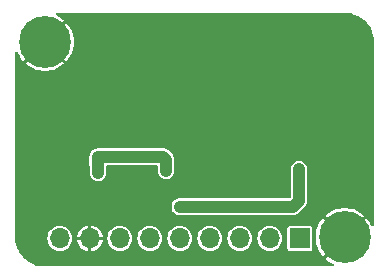
<source format=gbr>
%TF.GenerationSoftware,KiCad,Pcbnew,8.0.0~rc2-1e5b68cb87~176~ubuntu22.04.1*%
%TF.CreationDate,2024-02-07T10:24:23+05:30*%
%TF.ProjectId,BoB,426f422e-6b69-4636-9164-5f7063625858,rev?*%
%TF.SameCoordinates,Original*%
%TF.FileFunction,Copper,L2,Bot*%
%TF.FilePolarity,Positive*%
%FSLAX46Y46*%
G04 Gerber Fmt 4.6, Leading zero omitted, Abs format (unit mm)*
G04 Created by KiCad (PCBNEW 8.0.0~rc2-1e5b68cb87~176~ubuntu22.04.1) date 2024-02-07 10:24:23*
%MOMM*%
%LPD*%
G01*
G04 APERTURE LIST*
%TA.AperFunction,ComponentPad*%
%ADD10C,0.700000*%
%TD*%
%TA.AperFunction,ComponentPad*%
%ADD11C,4.400000*%
%TD*%
%TA.AperFunction,ComponentPad*%
%ADD12R,1.700000X1.700000*%
%TD*%
%TA.AperFunction,ComponentPad*%
%ADD13O,1.700000X1.700000*%
%TD*%
%TA.AperFunction,ViaPad*%
%ADD14C,0.800000*%
%TD*%
%TA.AperFunction,Conductor*%
%ADD15C,1.000000*%
%TD*%
G04 APERTURE END LIST*
D10*
%TO.P,H2,1,1*%
%TO.N,GND*%
X86531100Y-75898600D03*
X86047826Y-77065326D03*
X86047826Y-74731874D03*
X84881100Y-77548600D03*
D11*
X84881100Y-75898600D03*
D10*
X84881100Y-74248600D03*
X83714374Y-77065326D03*
X83714374Y-74731874D03*
X83231100Y-75898600D03*
%TD*%
%TO.P,H1,1,1*%
%TO.N,GND*%
X61160000Y-59380000D03*
X60676726Y-60546726D03*
X60676726Y-58213274D03*
X59510000Y-61030000D03*
D11*
X59510000Y-59380000D03*
D10*
X59510000Y-57730000D03*
X58343274Y-60546726D03*
X58343274Y-58213274D03*
X57860000Y-59380000D03*
%TD*%
D12*
%TO.P,JP1,1,Pin_1*%
%TO.N,+5V*%
X81090000Y-76010000D03*
D13*
%TO.P,JP1,2,Pin_2*%
%TO.N,SDA*%
X78550000Y-76010000D03*
%TO.P,JP1,3,Pin_3*%
%TO.N,SCL*%
X76010000Y-76010000D03*
%TO.P,JP1,4,Pin_4*%
%TO.N,RST*%
X73470000Y-76010000D03*
%TO.P,JP1,5,Pin_5*%
%TO.N,RX_OSC*%
X70930000Y-76010000D03*
%TO.P,JP1,6,Pin_6*%
%TO.N,LEFT*%
X68390000Y-76010000D03*
%TO.P,JP1,7,Pin_7*%
%TO.N,RIGHT*%
X65850000Y-76010000D03*
%TO.P,JP1,8,Pin_8*%
%TO.N,GND*%
X63310000Y-76010000D03*
%TO.P,JP1,9,Pin_9*%
%TO.N,Net-(JP1-Pin_9)*%
X60770000Y-76010000D03*
%TD*%
D14*
%TO.N,RX_OSC*%
X81026000Y-70104000D03*
X70930000Y-73330000D03*
%TO.N,GND*%
X77790000Y-69060000D03*
X64536100Y-72063600D03*
X67076100Y-64443600D03*
X59456100Y-64443600D03*
X67076100Y-61903600D03*
X59456100Y-77143600D03*
X61996100Y-66983600D03*
X59456100Y-66983600D03*
X64536100Y-64443600D03*
X79776100Y-59363600D03*
X79776100Y-61903600D03*
X64536100Y-66983600D03*
X64536100Y-61903600D03*
X82625000Y-68600000D03*
X77236100Y-74603600D03*
X61996100Y-61903600D03*
X72190000Y-72160000D03*
X67076100Y-72063600D03*
X61996100Y-64443600D03*
X69616100Y-66983600D03*
X82625000Y-67300000D03*
X67076100Y-66983600D03*
X69616100Y-72063600D03*
X64536100Y-59363600D03*
X82316100Y-59363600D03*
X76880000Y-69040000D03*
X59456100Y-74603600D03*
X84856100Y-59363600D03*
%TO.N,Net-(D1-COM)*%
X64010000Y-70460000D03*
X69770000Y-70300000D03*
%TD*%
D15*
%TO.N,RX_OSC*%
X70930000Y-73330000D02*
X80518000Y-73330000D01*
X81026000Y-72822000D02*
X80518000Y-73330000D01*
X81026000Y-72390000D02*
X81026000Y-70148000D01*
X81026000Y-72390000D02*
X81026000Y-72822000D01*
%TO.N,Net-(D1-COM)*%
X69770000Y-69340000D02*
X69770000Y-70300000D01*
X63980000Y-69088000D02*
X64010000Y-70460000D01*
X69518000Y-69088000D02*
X69770000Y-69340000D01*
X63980000Y-69088000D02*
X69518000Y-69088000D01*
%TD*%
%TA.AperFunction,Conductor*%
%TO.N,GND*%
G36*
X84884836Y-56899326D02*
G01*
X85173691Y-56916798D01*
X85188554Y-56918603D01*
X85469504Y-56970089D01*
X85484041Y-56973672D01*
X85756726Y-57058645D01*
X85770717Y-57063950D01*
X86031195Y-57181181D01*
X86044441Y-57188134D01*
X86288884Y-57335905D01*
X86301196Y-57344403D01*
X86485137Y-57488511D01*
X86526042Y-57520558D01*
X86537250Y-57530488D01*
X86739211Y-57732449D01*
X86749141Y-57743657D01*
X86925292Y-57968498D01*
X86933796Y-57980818D01*
X87081562Y-58225252D01*
X87088521Y-58238511D01*
X87205747Y-58498977D01*
X87211056Y-58512978D01*
X87296026Y-58785657D01*
X87299610Y-58800195D01*
X87351096Y-59081145D01*
X87352901Y-59096010D01*
X87370374Y-59384863D01*
X87370600Y-59392350D01*
X87370600Y-74880158D01*
X87350915Y-74947197D01*
X87298111Y-74992952D01*
X87228953Y-75002896D01*
X87165397Y-74973871D01*
X87134402Y-74932955D01*
X87032297Y-74715973D01*
X87032294Y-74715967D01*
X86867117Y-74455688D01*
X86701265Y-74255208D01*
X86247826Y-74708647D01*
X86247826Y-74692092D01*
X86217378Y-74618583D01*
X86161117Y-74562322D01*
X86087608Y-74531874D01*
X86071048Y-74531874D01*
X86523199Y-74079722D01*
X86523199Y-74079721D01*
X86445877Y-74007111D01*
X86445867Y-74007103D01*
X86196482Y-73825914D01*
X86196464Y-73825902D01*
X85926321Y-73677390D01*
X85926313Y-73677386D01*
X85639693Y-73563906D01*
X85341091Y-73487238D01*
X85341082Y-73487236D01*
X85035252Y-73448600D01*
X84726947Y-73448600D01*
X84421117Y-73487236D01*
X84421108Y-73487238D01*
X84122506Y-73563906D01*
X83835886Y-73677386D01*
X83835878Y-73677390D01*
X83565735Y-73825902D01*
X83565717Y-73825914D01*
X83316332Y-74007103D01*
X83316322Y-74007111D01*
X83238999Y-74079721D01*
X83238998Y-74079722D01*
X83691150Y-74531874D01*
X83674592Y-74531874D01*
X83601083Y-74562322D01*
X83544822Y-74618583D01*
X83514374Y-74692092D01*
X83514374Y-74708650D01*
X83060932Y-74255208D01*
X82895085Y-74455683D01*
X82729905Y-74715967D01*
X82729902Y-74715973D01*
X82598646Y-74994905D01*
X82598644Y-74994910D01*
X82503380Y-75288100D01*
X82445612Y-75590929D01*
X82445611Y-75590936D01*
X82426256Y-75898594D01*
X82426256Y-75898605D01*
X82445611Y-76206263D01*
X82445612Y-76206270D01*
X82503380Y-76509099D01*
X82598644Y-76802289D01*
X82598646Y-76802294D01*
X82729902Y-77081226D01*
X82729905Y-77081232D01*
X82895087Y-77341519D01*
X82895090Y-77341523D01*
X83060932Y-77541990D01*
X83514374Y-77088548D01*
X83514374Y-77105108D01*
X83544822Y-77178617D01*
X83601083Y-77234878D01*
X83674592Y-77265326D01*
X83691150Y-77265326D01*
X83238999Y-77717476D01*
X83238999Y-77717477D01*
X83316322Y-77790088D01*
X83316332Y-77790096D01*
X83565717Y-77971285D01*
X83565735Y-77971297D01*
X83835878Y-78119809D01*
X83835886Y-78119813D01*
X83909119Y-78148808D01*
X83964205Y-78191789D01*
X83987308Y-78257728D01*
X83971094Y-78325691D01*
X83920711Y-78374098D01*
X83863472Y-78388100D01*
X59484851Y-78388100D01*
X59477364Y-78387874D01*
X59188510Y-78370401D01*
X59173645Y-78368596D01*
X58892695Y-78317110D01*
X58878157Y-78313526D01*
X58605478Y-78228556D01*
X58591477Y-78223247D01*
X58331011Y-78106021D01*
X58317752Y-78099062D01*
X58178101Y-78014640D01*
X58073318Y-77951296D01*
X58060998Y-77942792D01*
X57836157Y-77766641D01*
X57824949Y-77756711D01*
X57622988Y-77554750D01*
X57613058Y-77543542D01*
X57528263Y-77435309D01*
X57436903Y-77318696D01*
X57428405Y-77306384D01*
X57280634Y-77061941D01*
X57273681Y-77048695D01*
X57156450Y-76788217D01*
X57151143Y-76774221D01*
X57144917Y-76754242D01*
X57066172Y-76501541D01*
X57062589Y-76487004D01*
X57012913Y-76215932D01*
X57011102Y-76206052D01*
X57009298Y-76191189D01*
X56998338Y-76010000D01*
X59714417Y-76010000D01*
X59734699Y-76215932D01*
X59734700Y-76215934D01*
X59794768Y-76413954D01*
X59892315Y-76596450D01*
X59892317Y-76596452D01*
X60023589Y-76756410D01*
X60062353Y-76788222D01*
X60183550Y-76887685D01*
X60366046Y-76985232D01*
X60564066Y-77045300D01*
X60564065Y-77045300D01*
X60582529Y-77047118D01*
X60770000Y-77065583D01*
X60975934Y-77045300D01*
X61173954Y-76985232D01*
X61356450Y-76887685D01*
X61516410Y-76756410D01*
X61647685Y-76596450D01*
X61745232Y-76413954D01*
X61805300Y-76215934D01*
X61825583Y-76010000D01*
X61813271Y-75884999D01*
X62216869Y-75884999D01*
X62216870Y-75885000D01*
X62825856Y-75885000D01*
X62810000Y-75944174D01*
X62810000Y-76075826D01*
X62825856Y-76135000D01*
X62216870Y-76135000D01*
X62224097Y-76212989D01*
X62224097Y-76212992D01*
X62279883Y-76409063D01*
X62279886Y-76409069D01*
X62370754Y-76591556D01*
X62493608Y-76754242D01*
X62644260Y-76891578D01*
X62817584Y-76998897D01*
X63007678Y-77072539D01*
X63185000Y-77105686D01*
X63185000Y-76494144D01*
X63244174Y-76510000D01*
X63375826Y-76510000D01*
X63435000Y-76494144D01*
X63435000Y-77105686D01*
X63612321Y-77072539D01*
X63802415Y-76998897D01*
X63975739Y-76891578D01*
X64126391Y-76754242D01*
X64249245Y-76591556D01*
X64340113Y-76409069D01*
X64340116Y-76409063D01*
X64395902Y-76212992D01*
X64395902Y-76212989D01*
X64403130Y-76135000D01*
X63794144Y-76135000D01*
X63810000Y-76075826D01*
X63810000Y-76010000D01*
X64794417Y-76010000D01*
X64814699Y-76215932D01*
X64814700Y-76215934D01*
X64874768Y-76413954D01*
X64972315Y-76596450D01*
X64972317Y-76596452D01*
X65103589Y-76756410D01*
X65142353Y-76788222D01*
X65263550Y-76887685D01*
X65446046Y-76985232D01*
X65644066Y-77045300D01*
X65644065Y-77045300D01*
X65662529Y-77047118D01*
X65850000Y-77065583D01*
X66055934Y-77045300D01*
X66253954Y-76985232D01*
X66436450Y-76887685D01*
X66596410Y-76756410D01*
X66727685Y-76596450D01*
X66825232Y-76413954D01*
X66885300Y-76215934D01*
X66905583Y-76010000D01*
X67334417Y-76010000D01*
X67354699Y-76215932D01*
X67354700Y-76215934D01*
X67414768Y-76413954D01*
X67512315Y-76596450D01*
X67512317Y-76596452D01*
X67643589Y-76756410D01*
X67682353Y-76788222D01*
X67803550Y-76887685D01*
X67986046Y-76985232D01*
X68184066Y-77045300D01*
X68184065Y-77045300D01*
X68202529Y-77047118D01*
X68390000Y-77065583D01*
X68595934Y-77045300D01*
X68793954Y-76985232D01*
X68976450Y-76887685D01*
X69136410Y-76756410D01*
X69267685Y-76596450D01*
X69365232Y-76413954D01*
X69425300Y-76215934D01*
X69445583Y-76010000D01*
X69874417Y-76010000D01*
X69894699Y-76215932D01*
X69894700Y-76215934D01*
X69954768Y-76413954D01*
X70052315Y-76596450D01*
X70052317Y-76596452D01*
X70183589Y-76756410D01*
X70222353Y-76788222D01*
X70343550Y-76887685D01*
X70526046Y-76985232D01*
X70724066Y-77045300D01*
X70724065Y-77045300D01*
X70742529Y-77047118D01*
X70930000Y-77065583D01*
X71135934Y-77045300D01*
X71333954Y-76985232D01*
X71516450Y-76887685D01*
X71676410Y-76756410D01*
X71807685Y-76596450D01*
X71905232Y-76413954D01*
X71965300Y-76215934D01*
X71985583Y-76010000D01*
X72414417Y-76010000D01*
X72434699Y-76215932D01*
X72434700Y-76215934D01*
X72494768Y-76413954D01*
X72592315Y-76596450D01*
X72592317Y-76596452D01*
X72723589Y-76756410D01*
X72762353Y-76788222D01*
X72883550Y-76887685D01*
X73066046Y-76985232D01*
X73264066Y-77045300D01*
X73264065Y-77045300D01*
X73282529Y-77047118D01*
X73470000Y-77065583D01*
X73675934Y-77045300D01*
X73873954Y-76985232D01*
X74056450Y-76887685D01*
X74216410Y-76756410D01*
X74347685Y-76596450D01*
X74445232Y-76413954D01*
X74505300Y-76215934D01*
X74525583Y-76010000D01*
X74954417Y-76010000D01*
X74974699Y-76215932D01*
X74974700Y-76215934D01*
X75034768Y-76413954D01*
X75132315Y-76596450D01*
X75132317Y-76596452D01*
X75263589Y-76756410D01*
X75302353Y-76788222D01*
X75423550Y-76887685D01*
X75606046Y-76985232D01*
X75804066Y-77045300D01*
X75804065Y-77045300D01*
X75822529Y-77047118D01*
X76010000Y-77065583D01*
X76215934Y-77045300D01*
X76413954Y-76985232D01*
X76596450Y-76887685D01*
X76756410Y-76756410D01*
X76887685Y-76596450D01*
X76985232Y-76413954D01*
X77045300Y-76215934D01*
X77065583Y-76010000D01*
X77494417Y-76010000D01*
X77514699Y-76215932D01*
X77514700Y-76215934D01*
X77574768Y-76413954D01*
X77672315Y-76596450D01*
X77672317Y-76596452D01*
X77803589Y-76756410D01*
X77842353Y-76788222D01*
X77963550Y-76887685D01*
X78146046Y-76985232D01*
X78344066Y-77045300D01*
X78344065Y-77045300D01*
X78362529Y-77047118D01*
X78550000Y-77065583D01*
X78755934Y-77045300D01*
X78953954Y-76985232D01*
X79136450Y-76887685D01*
X79146116Y-76879752D01*
X80039500Y-76879752D01*
X80051131Y-76938229D01*
X80051132Y-76938230D01*
X80095447Y-77004552D01*
X80161769Y-77048867D01*
X80161770Y-77048868D01*
X80220247Y-77060499D01*
X80220250Y-77060500D01*
X80220252Y-77060500D01*
X81959750Y-77060500D01*
X81959751Y-77060499D01*
X81974568Y-77057552D01*
X82018229Y-77048868D01*
X82018229Y-77048867D01*
X82018231Y-77048867D01*
X82084552Y-77004552D01*
X82128867Y-76938231D01*
X82128867Y-76938229D01*
X82128868Y-76938229D01*
X82140499Y-76879752D01*
X82140500Y-76879750D01*
X82140500Y-75140249D01*
X82140499Y-75140247D01*
X82128868Y-75081770D01*
X82128867Y-75081769D01*
X82084552Y-75015447D01*
X82018230Y-74971132D01*
X82018229Y-74971131D01*
X81959752Y-74959500D01*
X81959748Y-74959500D01*
X80220252Y-74959500D01*
X80220247Y-74959500D01*
X80161770Y-74971131D01*
X80161769Y-74971132D01*
X80095447Y-75015447D01*
X80051132Y-75081769D01*
X80051131Y-75081770D01*
X80039500Y-75140247D01*
X80039500Y-76879752D01*
X79146116Y-76879752D01*
X79296410Y-76756410D01*
X79427685Y-76596450D01*
X79525232Y-76413954D01*
X79585300Y-76215934D01*
X79605583Y-76010000D01*
X79585300Y-75804066D01*
X79525232Y-75606046D01*
X79427685Y-75423550D01*
X79316525Y-75288100D01*
X79296410Y-75263589D01*
X79146121Y-75140252D01*
X79136450Y-75132315D01*
X78953954Y-75034768D01*
X78755934Y-74974700D01*
X78755932Y-74974699D01*
X78755934Y-74974699D01*
X78550000Y-74954417D01*
X78344067Y-74974699D01*
X78146043Y-75034769D01*
X78058114Y-75081769D01*
X77963550Y-75132315D01*
X77963548Y-75132316D01*
X77963547Y-75132317D01*
X77803589Y-75263589D01*
X77672317Y-75423547D01*
X77574769Y-75606043D01*
X77574768Y-75606045D01*
X77574768Y-75606046D01*
X77573285Y-75610936D01*
X77514699Y-75804067D01*
X77494417Y-76010000D01*
X77065583Y-76010000D01*
X77045300Y-75804066D01*
X76985232Y-75606046D01*
X76887685Y-75423550D01*
X76776525Y-75288100D01*
X76756410Y-75263589D01*
X76606121Y-75140252D01*
X76596450Y-75132315D01*
X76413954Y-75034768D01*
X76215934Y-74974700D01*
X76215932Y-74974699D01*
X76215934Y-74974699D01*
X76010000Y-74954417D01*
X75804067Y-74974699D01*
X75606043Y-75034769D01*
X75518114Y-75081769D01*
X75423550Y-75132315D01*
X75423548Y-75132316D01*
X75423547Y-75132317D01*
X75263589Y-75263589D01*
X75132317Y-75423547D01*
X75034769Y-75606043D01*
X75034768Y-75606045D01*
X75034768Y-75606046D01*
X75033285Y-75610936D01*
X74974699Y-75804067D01*
X74954417Y-76010000D01*
X74525583Y-76010000D01*
X74505300Y-75804066D01*
X74445232Y-75606046D01*
X74347685Y-75423550D01*
X74236525Y-75288100D01*
X74216410Y-75263589D01*
X74066121Y-75140252D01*
X74056450Y-75132315D01*
X73873954Y-75034768D01*
X73675934Y-74974700D01*
X73675932Y-74974699D01*
X73675934Y-74974699D01*
X73470000Y-74954417D01*
X73264067Y-74974699D01*
X73066043Y-75034769D01*
X72978114Y-75081769D01*
X72883550Y-75132315D01*
X72883548Y-75132316D01*
X72883547Y-75132317D01*
X72723589Y-75263589D01*
X72592317Y-75423547D01*
X72494769Y-75606043D01*
X72494768Y-75606045D01*
X72494768Y-75606046D01*
X72493285Y-75610936D01*
X72434699Y-75804067D01*
X72414417Y-76010000D01*
X71985583Y-76010000D01*
X71965300Y-75804066D01*
X71905232Y-75606046D01*
X71807685Y-75423550D01*
X71696525Y-75288100D01*
X71676410Y-75263589D01*
X71526121Y-75140252D01*
X71516450Y-75132315D01*
X71333954Y-75034768D01*
X71135934Y-74974700D01*
X71135932Y-74974699D01*
X71135934Y-74974699D01*
X70930000Y-74954417D01*
X70724067Y-74974699D01*
X70526043Y-75034769D01*
X70438114Y-75081769D01*
X70343550Y-75132315D01*
X70343548Y-75132316D01*
X70343547Y-75132317D01*
X70183589Y-75263589D01*
X70052317Y-75423547D01*
X69954769Y-75606043D01*
X69954768Y-75606045D01*
X69954768Y-75606046D01*
X69953285Y-75610936D01*
X69894699Y-75804067D01*
X69874417Y-76010000D01*
X69445583Y-76010000D01*
X69425300Y-75804066D01*
X69365232Y-75606046D01*
X69267685Y-75423550D01*
X69156525Y-75288100D01*
X69136410Y-75263589D01*
X68986121Y-75140252D01*
X68976450Y-75132315D01*
X68793954Y-75034768D01*
X68595934Y-74974700D01*
X68595932Y-74974699D01*
X68595934Y-74974699D01*
X68390000Y-74954417D01*
X68184067Y-74974699D01*
X67986043Y-75034769D01*
X67898114Y-75081769D01*
X67803550Y-75132315D01*
X67803548Y-75132316D01*
X67803547Y-75132317D01*
X67643589Y-75263589D01*
X67512317Y-75423547D01*
X67414769Y-75606043D01*
X67414768Y-75606045D01*
X67414768Y-75606046D01*
X67413285Y-75610936D01*
X67354699Y-75804067D01*
X67334417Y-76010000D01*
X66905583Y-76010000D01*
X66885300Y-75804066D01*
X66825232Y-75606046D01*
X66727685Y-75423550D01*
X66616525Y-75288100D01*
X66596410Y-75263589D01*
X66446121Y-75140252D01*
X66436450Y-75132315D01*
X66253954Y-75034768D01*
X66055934Y-74974700D01*
X66055932Y-74974699D01*
X66055934Y-74974699D01*
X65850000Y-74954417D01*
X65644067Y-74974699D01*
X65446043Y-75034769D01*
X65358114Y-75081769D01*
X65263550Y-75132315D01*
X65263548Y-75132316D01*
X65263547Y-75132317D01*
X65103589Y-75263589D01*
X64972317Y-75423547D01*
X64874769Y-75606043D01*
X64874768Y-75606045D01*
X64874768Y-75606046D01*
X64873285Y-75610936D01*
X64814699Y-75804067D01*
X64794417Y-76010000D01*
X63810000Y-76010000D01*
X63810000Y-75944174D01*
X63794144Y-75885000D01*
X64403130Y-75885000D01*
X64403130Y-75884999D01*
X64395902Y-75807010D01*
X64395902Y-75807007D01*
X64340116Y-75610936D01*
X64340113Y-75610930D01*
X64249245Y-75428443D01*
X64126391Y-75265757D01*
X63975739Y-75128421D01*
X63802415Y-75021102D01*
X63612321Y-74947460D01*
X63435000Y-74914312D01*
X63435000Y-75525855D01*
X63375826Y-75510000D01*
X63244174Y-75510000D01*
X63185000Y-75525855D01*
X63185000Y-74914312D01*
X63007678Y-74947460D01*
X62817584Y-75021102D01*
X62644260Y-75128421D01*
X62493608Y-75265757D01*
X62370754Y-75428443D01*
X62279886Y-75610930D01*
X62279883Y-75610936D01*
X62224097Y-75807007D01*
X62224097Y-75807010D01*
X62216869Y-75884999D01*
X61813271Y-75884999D01*
X61805300Y-75804066D01*
X61745232Y-75606046D01*
X61647685Y-75423550D01*
X61536525Y-75288100D01*
X61516410Y-75263589D01*
X61366121Y-75140252D01*
X61356450Y-75132315D01*
X61173954Y-75034768D01*
X60975934Y-74974700D01*
X60975932Y-74974699D01*
X60975934Y-74974699D01*
X60770000Y-74954417D01*
X60564067Y-74974699D01*
X60366043Y-75034769D01*
X60278114Y-75081769D01*
X60183550Y-75132315D01*
X60183548Y-75132316D01*
X60183547Y-75132317D01*
X60023589Y-75263589D01*
X59892317Y-75423547D01*
X59794769Y-75606043D01*
X59794768Y-75606045D01*
X59794768Y-75606046D01*
X59793285Y-75610936D01*
X59734699Y-75804067D01*
X59714417Y-76010000D01*
X56998338Y-76010000D01*
X56991826Y-75902336D01*
X56991600Y-75894849D01*
X56991600Y-73398995D01*
X70229499Y-73398995D01*
X70256418Y-73534322D01*
X70256421Y-73534332D01*
X70309221Y-73661804D01*
X70309228Y-73661817D01*
X70385885Y-73776541D01*
X70385888Y-73776545D01*
X70483454Y-73874111D01*
X70483458Y-73874114D01*
X70598182Y-73950771D01*
X70598195Y-73950778D01*
X70725667Y-74003578D01*
X70725672Y-74003580D01*
X70725676Y-74003580D01*
X70725677Y-74003581D01*
X70861004Y-74030500D01*
X70861007Y-74030500D01*
X80586996Y-74030500D01*
X80678040Y-74012389D01*
X80722328Y-74003580D01*
X80786069Y-73977177D01*
X80849807Y-73950777D01*
X80849808Y-73950776D01*
X80849811Y-73950775D01*
X80964543Y-73874114D01*
X81570113Y-73268543D01*
X81575149Y-73261007D01*
X81646775Y-73153811D01*
X81699580Y-73026328D01*
X81726500Y-72890993D01*
X81726500Y-72321007D01*
X81726500Y-70079007D01*
X81726500Y-70079004D01*
X81699581Y-69943677D01*
X81699580Y-69943676D01*
X81699580Y-69943672D01*
X81659851Y-69847757D01*
X81646778Y-69816195D01*
X81646771Y-69816182D01*
X81570114Y-69701458D01*
X81570111Y-69701454D01*
X81472545Y-69603888D01*
X81472541Y-69603885D01*
X81357817Y-69527228D01*
X81357804Y-69527221D01*
X81230332Y-69474421D01*
X81230322Y-69474418D01*
X81094995Y-69447500D01*
X81094993Y-69447500D01*
X80957007Y-69447500D01*
X80957005Y-69447500D01*
X80821677Y-69474418D01*
X80821667Y-69474421D01*
X80694195Y-69527221D01*
X80694182Y-69527228D01*
X80579458Y-69603885D01*
X80579454Y-69603888D01*
X80481888Y-69701454D01*
X80481885Y-69701458D01*
X80405228Y-69816182D01*
X80405221Y-69816195D01*
X80352421Y-69943667D01*
X80352418Y-69943677D01*
X80325500Y-70079004D01*
X80325500Y-72480481D01*
X80305815Y-72547520D01*
X80289181Y-72568162D01*
X80264162Y-72593181D01*
X80202839Y-72626666D01*
X80176481Y-72629500D01*
X70861005Y-72629500D01*
X70725677Y-72656418D01*
X70725667Y-72656421D01*
X70598195Y-72709221D01*
X70598182Y-72709228D01*
X70483458Y-72785885D01*
X70483454Y-72785888D01*
X70385888Y-72883454D01*
X70385885Y-72883458D01*
X70309228Y-72998182D01*
X70309221Y-72998195D01*
X70256421Y-73125667D01*
X70256418Y-73125677D01*
X70229500Y-73261004D01*
X70229500Y-73261007D01*
X70229500Y-73398993D01*
X70229500Y-73398995D01*
X70229499Y-73398995D01*
X56991600Y-73398995D01*
X56991600Y-69034342D01*
X63278158Y-69034342D01*
X63279470Y-69094291D01*
X63279500Y-69097003D01*
X63279500Y-69156990D01*
X63280097Y-69163056D01*
X63279892Y-69163076D01*
X63281243Y-69175408D01*
X63311175Y-70544283D01*
X63311175Y-70544287D01*
X63311176Y-70544290D01*
X63330585Y-70631817D01*
X63341048Y-70679003D01*
X63341051Y-70679012D01*
X63396622Y-70805292D01*
X63396624Y-70805296D01*
X63396627Y-70805302D01*
X63396630Y-70805306D01*
X63396631Y-70805308D01*
X63475775Y-70918327D01*
X63475777Y-70918329D01*
X63475778Y-70918330D01*
X63575459Y-71013746D01*
X63691839Y-71087880D01*
X63820446Y-71137886D01*
X63956337Y-71161841D01*
X63956337Y-71161840D01*
X63956338Y-71161841D01*
X63973581Y-71161463D01*
X64094290Y-71158824D01*
X64229004Y-71128952D01*
X64355302Y-71073373D01*
X64468330Y-70994222D01*
X64563746Y-70894541D01*
X64637880Y-70778161D01*
X64687886Y-70649554D01*
X64711841Y-70513663D01*
X64708678Y-70368993D01*
X64698755Y-69915211D01*
X64716969Y-69847757D01*
X64768760Y-69800859D01*
X64822725Y-69788500D01*
X68945500Y-69788500D01*
X69012539Y-69808185D01*
X69058294Y-69860989D01*
X69069500Y-69912500D01*
X69069500Y-70368993D01*
X69069500Y-70368995D01*
X69069499Y-70368995D01*
X69096418Y-70504322D01*
X69096421Y-70504332D01*
X69149221Y-70631804D01*
X69149228Y-70631817D01*
X69225885Y-70746541D01*
X69225888Y-70746545D01*
X69323454Y-70844111D01*
X69323458Y-70844114D01*
X69438182Y-70920771D01*
X69438195Y-70920778D01*
X69565667Y-70973578D01*
X69565672Y-70973580D01*
X69565676Y-70973580D01*
X69565677Y-70973581D01*
X69701004Y-71000500D01*
X69701007Y-71000500D01*
X69838995Y-71000500D01*
X69930041Y-70982389D01*
X69974328Y-70973580D01*
X70101811Y-70920775D01*
X70216542Y-70844114D01*
X70314114Y-70746542D01*
X70390775Y-70631811D01*
X70443580Y-70504328D01*
X70470500Y-70368993D01*
X70470500Y-69271007D01*
X70470500Y-69271004D01*
X70443581Y-69135677D01*
X70443580Y-69135676D01*
X70443580Y-69135672D01*
X70390775Y-69008189D01*
X70387782Y-69003710D01*
X70387781Y-69003708D01*
X70387780Y-69003706D01*
X70314115Y-68893458D01*
X70314109Y-68893451D01*
X69964545Y-68543887D01*
X69849807Y-68467222D01*
X69722332Y-68414421D01*
X69722322Y-68414418D01*
X69586996Y-68387500D01*
X69586994Y-68387500D01*
X69586993Y-68387500D01*
X64052118Y-68387500D01*
X64039752Y-68386418D01*
X64039737Y-68386623D01*
X64033660Y-68386158D01*
X63975197Y-68387437D01*
X63973715Y-68387470D01*
X63971005Y-68387500D01*
X63911007Y-68387500D01*
X63904945Y-68388097D01*
X63904924Y-68387893D01*
X63901733Y-68388242D01*
X63901758Y-68388446D01*
X63895712Y-68389175D01*
X63837140Y-68402162D01*
X63834492Y-68402719D01*
X63775669Y-68414420D01*
X63769838Y-68416189D01*
X63769779Y-68415995D01*
X63766714Y-68416961D01*
X63766778Y-68417155D01*
X63760991Y-68419049D01*
X63706126Y-68443193D01*
X63703638Y-68444256D01*
X63648183Y-68467227D01*
X63642813Y-68470098D01*
X63642717Y-68469920D01*
X63639909Y-68471461D01*
X63640008Y-68471637D01*
X63634702Y-68474624D01*
X63585539Y-68509050D01*
X63583307Y-68510577D01*
X63533455Y-68543888D01*
X63528748Y-68547751D01*
X63528620Y-68547595D01*
X63526163Y-68549658D01*
X63526294Y-68549811D01*
X63521671Y-68553777D01*
X63480167Y-68597134D01*
X63478276Y-68599066D01*
X63435884Y-68641459D01*
X63432023Y-68646164D01*
X63431868Y-68646036D01*
X63429854Y-68648544D01*
X63430013Y-68648669D01*
X63426254Y-68653458D01*
X63394035Y-68704037D01*
X63392555Y-68706304D01*
X63359228Y-68756182D01*
X63356358Y-68761553D01*
X63356178Y-68761456D01*
X63354688Y-68764318D01*
X63354870Y-68764411D01*
X63352118Y-68769840D01*
X63330384Y-68825736D01*
X63329376Y-68828247D01*
X63306419Y-68883672D01*
X63304651Y-68889502D01*
X63304456Y-68889443D01*
X63303555Y-68892535D01*
X63303752Y-68892590D01*
X63302112Y-68898451D01*
X63291698Y-68957525D01*
X63291199Y-68960184D01*
X63279500Y-69019006D01*
X63278903Y-69025069D01*
X63278698Y-69025048D01*
X63278418Y-69028251D01*
X63278623Y-69028267D01*
X63278158Y-69034342D01*
X56991600Y-69034342D01*
X56991600Y-60337026D01*
X57011285Y-60269987D01*
X57064089Y-60224232D01*
X57133247Y-60214288D01*
X57196803Y-60243313D01*
X57227799Y-60284229D01*
X57358807Y-60562635D01*
X57523987Y-60822919D01*
X57523990Y-60822923D01*
X57689832Y-61023390D01*
X58143274Y-60569948D01*
X58143274Y-60586508D01*
X58173722Y-60660017D01*
X58229983Y-60716278D01*
X58303492Y-60746726D01*
X58320050Y-60746726D01*
X57867899Y-61198876D01*
X57867899Y-61198877D01*
X57945222Y-61271488D01*
X57945232Y-61271496D01*
X58194617Y-61452685D01*
X58194635Y-61452697D01*
X58464778Y-61601209D01*
X58464786Y-61601213D01*
X58751406Y-61714693D01*
X59050008Y-61791361D01*
X59050017Y-61791363D01*
X59355847Y-61829999D01*
X59355861Y-61830000D01*
X59664139Y-61830000D01*
X59664152Y-61829999D01*
X59969982Y-61791363D01*
X59969991Y-61791361D01*
X60268593Y-61714693D01*
X60555213Y-61601213D01*
X60555221Y-61601209D01*
X60825364Y-61452697D01*
X60825382Y-61452685D01*
X61074772Y-61271493D01*
X61152099Y-61198877D01*
X61152099Y-61198876D01*
X60699949Y-60746726D01*
X60716508Y-60746726D01*
X60790017Y-60716278D01*
X60846278Y-60660017D01*
X60876726Y-60586508D01*
X60876726Y-60569949D01*
X61330166Y-61023390D01*
X61496014Y-60822916D01*
X61661194Y-60562632D01*
X61661197Y-60562626D01*
X61792453Y-60283694D01*
X61792455Y-60283689D01*
X61887719Y-59990499D01*
X61945487Y-59687670D01*
X61945488Y-59687663D01*
X61964844Y-59380005D01*
X61964844Y-59379994D01*
X61945488Y-59072336D01*
X61945487Y-59072329D01*
X61887719Y-58769500D01*
X61792455Y-58476310D01*
X61792453Y-58476305D01*
X61661197Y-58197373D01*
X61661194Y-58197367D01*
X61496017Y-57937088D01*
X61330165Y-57736608D01*
X60876726Y-58190047D01*
X60876726Y-58173492D01*
X60846278Y-58099983D01*
X60790017Y-58043722D01*
X60716508Y-58013274D01*
X60699948Y-58013274D01*
X61152099Y-57561122D01*
X61152099Y-57561121D01*
X61074777Y-57488511D01*
X61074767Y-57488503D01*
X60825382Y-57307314D01*
X60825364Y-57307302D01*
X60555221Y-57158790D01*
X60555213Y-57158786D01*
X60503702Y-57138392D01*
X60448616Y-57095411D01*
X60425513Y-57029472D01*
X60441726Y-56961509D01*
X60492110Y-56913102D01*
X60549349Y-56899100D01*
X84864692Y-56899100D01*
X84877349Y-56899100D01*
X84884836Y-56899326D01*
G37*
%TD.AperFunction*%
%TA.AperFunction,Conductor*%
G36*
X84042067Y-76615202D02*
G01*
X84164498Y-76737633D01*
X84195974Y-76760501D01*
X83914374Y-77042101D01*
X83914374Y-77025544D01*
X83883926Y-76952035D01*
X83827665Y-76895774D01*
X83754156Y-76865326D01*
X83737596Y-76865326D01*
X84019197Y-76583724D01*
X84042067Y-76615202D01*
G37*
%TD.AperFunction*%
%TA.AperFunction,Conductor*%
G36*
X84195974Y-75036698D02*
G01*
X84164498Y-75059567D01*
X84042067Y-75181998D01*
X84019198Y-75213474D01*
X83737598Y-74931874D01*
X83754156Y-74931874D01*
X83827665Y-74901426D01*
X83883926Y-74845165D01*
X83914374Y-74771656D01*
X83914374Y-74755097D01*
X84195974Y-75036698D01*
G37*
%TD.AperFunction*%
%TA.AperFunction,Conductor*%
G36*
X85847826Y-74771656D02*
G01*
X85878274Y-74845165D01*
X85934535Y-74901426D01*
X86008044Y-74931874D01*
X86024600Y-74931874D01*
X85743001Y-75213473D01*
X85720133Y-75181998D01*
X85597702Y-75059567D01*
X85566224Y-75036697D01*
X85847826Y-74755096D01*
X85847826Y-74771656D01*
G37*
%TD.AperFunction*%
%TA.AperFunction,Conductor*%
G36*
X60653502Y-60346726D02*
G01*
X60636944Y-60346726D01*
X60563435Y-60377174D01*
X60507174Y-60433435D01*
X60476726Y-60506944D01*
X60476726Y-60523503D01*
X60195125Y-60241902D01*
X60226602Y-60219033D01*
X60349033Y-60096602D01*
X60371901Y-60065125D01*
X60653502Y-60346726D01*
G37*
%TD.AperFunction*%
%TA.AperFunction,Conductor*%
G36*
X58670967Y-60096602D02*
G01*
X58793398Y-60219033D01*
X58824874Y-60241901D01*
X58543274Y-60523501D01*
X58543274Y-60506944D01*
X58512826Y-60433435D01*
X58456565Y-60377174D01*
X58383056Y-60346726D01*
X58366496Y-60346726D01*
X58648097Y-60065124D01*
X58670967Y-60096602D01*
G37*
%TD.AperFunction*%
%TA.AperFunction,Conductor*%
G36*
X60476726Y-58253056D02*
G01*
X60507174Y-58326565D01*
X60563435Y-58382826D01*
X60636944Y-58413274D01*
X60653500Y-58413274D01*
X60371901Y-58694873D01*
X60349033Y-58663398D01*
X60226602Y-58540967D01*
X60195124Y-58518097D01*
X60476726Y-58236495D01*
X60476726Y-58253056D01*
G37*
%TD.AperFunction*%
%TD*%
M02*

</source>
